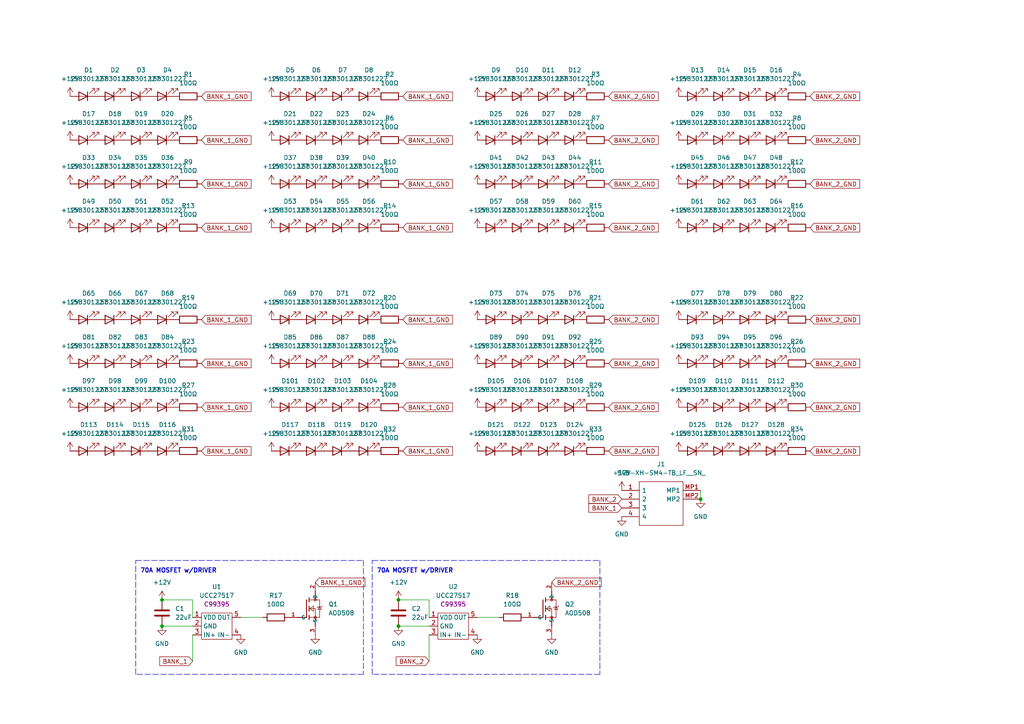
<source format=kicad_sch>
(kicad_sch (version 20211123) (generator eeschema)
  (paper "A4")
  (junction (at 203.2 144.78))
  (junction (at 46.99 173.99))
  (junction (at 115.57 181.61))
  (junction (at 115.57 173.99))
  (junction (at 46.99 181.61))
  (polyline (pts (xy 107.95 162.56) (xy 173.99 162.56)))
  (polyline (pts (xy 105.41 195.58) (xy 39.37 195.58)))
  (polyline (pts (xy 173.99 162.56) (xy 173.99 195.58)))
  (wire (pts (xy 124.46 179.07) (xy 124.46 173.99)))
  (wire (pts (xy 55.88 184.15) (xy 55.88 191.77)))
  (wire (pts (xy 124.46 173.99) (xy 115.57 173.99)))
  (wire (pts (xy 76.2 179.07) (xy 69.85 179.07)))
  (polyline (pts (xy 173.99 195.58) (xy 107.95 195.58)))
  (wire (pts (xy 124.46 184.15) (xy 124.46 191.77)))
  (wire (pts (xy 144.78 179.07) (xy 138.43 179.07)))
  (wire (pts (xy 203.2 142.24) (xy 203.2 144.78)))
  (polyline (pts (xy 107.95 195.58) (xy 107.95 162.56)))
  (wire (pts (xy 115.57 181.61) (xy 124.46 181.61)))
  (polyline (pts (xy 39.37 195.58) (xy 39.37 162.56)))
  (wire (pts (xy 55.88 179.07) (xy 55.88 173.99)))
  (wire (pts (xy 46.99 181.61) (xy 55.88 181.61)))
  (polyline (pts (xy 39.37 162.56) (xy 105.41 162.56)))
  (wire (pts (xy 55.88 173.99) (xy 46.99 173.99)))
  (polyline (pts (xy 105.41 162.56) (xy 105.41 195.58)))
  (text "70A MOSFET w/DRIVER" (at 40.64 166.37 0) (effects (font (size 1.27 1.27) bold) (justify left bottom)))
  (text "70A MOSFET w/DRIVER" (at 109.22 166.37 0) (effects (font (size 1.27 1.27) bold) (justify left bottom)))
  (global_label "BANK_2_GND" (shape input) (at 176.53 40.64 0) (property "Intersheet References" "${INTERSHEET_REFS}" (effects hide)))
  (global_label "BANK_1_GND" (shape input) (at 58.42 27.94 0) (property "Intersheet References" "${INTERSHEET_REFS}" (effects hide)))
  (global_label "BANK_2_GND" (shape input) (at 234.95 53.34 0) (property "Intersheet References" "${INTERSHEET_REFS}" (effects hide)))
  (global_label "BANK_1" (shape input) (at 55.88 191.77 180) (property "Intersheet References" "${INTERSHEET_REFS}" (effects hide)))
  (global_label "BANK_1_GND" (shape input) (at 116.84 40.64 0) (property "Intersheet References" "${INTERSHEET_REFS}" (effects hide)))
  (global_label "BANK_1_GND" (shape input) (at 58.42 92.71 0) (property "Intersheet References" "${INTERSHEET_REFS}" (effects hide)))
  (global_label "BANK_1_GND" (shape input) (at 58.42 66.04 0) (property "Intersheet References" "${INTERSHEET_REFS}" (effects hide)))
  (global_label "BANK_2_GND" (shape input) (at 234.95 66.04 0) (property "Intersheet References" "${INTERSHEET_REFS}" (effects hide)))
  (global_label "BANK_1" (shape input) (at 180.34 147.32 180) (property "Intersheet References" "${INTERSHEET_REFS}" (effects hide)))
  (global_label "BANK_1_GND" (shape input) (at 58.42 40.64 0) (property "Intersheet References" "${INTERSHEET_REFS}" (effects hide)))
  (global_label "BANK_1_GND" (shape input) (at 116.84 105.41 0) (property "Intersheet References" "${INTERSHEET_REFS}" (effects hide)))
  (global_label "BANK_2_GND" (shape input) (at 176.53 27.94 0) (property "Intersheet References" "${INTERSHEET_REFS}" (effects hide)))
  (global_label "BANK_2_GND" (shape input) (at 176.53 92.71 0) (property "Intersheet References" "${INTERSHEET_REFS}" (effects hide)))
  (global_label "BANK_2" (shape input) (at 124.46 191.77 180) (property "Intersheet References" "${INTERSHEET_REFS}" (effects hide)))
  (global_label "BANK_2_GND" (shape input) (at 234.95 27.94 0) (property "Intersheet References" "${INTERSHEET_REFS}" (effects hide)))
  (global_label "BANK_1_GND" (shape input) (at 91.44 168.91 0) (property "Intersheet References" "${INTERSHEET_REFS}" (effects hide)))
  (global_label "BANK_1_GND" (shape input) (at 58.42 130.81 0) (property "Intersheet References" "${INTERSHEET_REFS}" (effects hide)))
  (global_label "BANK_2_GND" (shape input) (at 234.95 105.41 0) (property "Intersheet References" "${INTERSHEET_REFS}" (effects hide)))
  (global_label "BANK_2_GND" (shape input) (at 176.53 118.11 0) (property "Intersheet References" "${INTERSHEET_REFS}" (effects hide)))
  (global_label "BANK_1_GND" (shape input) (at 58.42 118.11 0) (property "Intersheet References" "${INTERSHEET_REFS}" (effects hide)))
  (global_label "BANK_2_GND" (shape input) (at 234.95 130.81 0) (property "Intersheet References" "${INTERSHEET_REFS}" (effects hide)))
  (global_label "BANK_2_GND" (shape input) (at 176.53 53.34 0) (property "Intersheet References" "${INTERSHEET_REFS}" (effects hide)))
  (global_label "BANK_1_GND" (shape input) (at 58.42 53.34 0) (property "Intersheet References" "${INTERSHEET_REFS}" (effects hide)))
  (global_label "BANK_1_GND" (shape input) (at 116.84 53.34 0) (property "Intersheet References" "${INTERSHEET_REFS}" (effects hide)))
  (global_label "BANK_2_GND" (shape input) (at 176.53 130.81 0) (property "Intersheet References" "${INTERSHEET_REFS}" (effects hide)))
  (global_label "BANK_1_GND" (shape input) (at 116.84 118.11 0) (property "Intersheet References" "${INTERSHEET_REFS}" (effects hide)))
  (global_label "BANK_2_GND" (shape input) (at 234.95 40.64 0) (property "Intersheet References" "${INTERSHEET_REFS}" (effects hide)))
  (global_label "BANK_1_GND" (shape input) (at 116.84 130.81 0) (property "Intersheet References" "${INTERSHEET_REFS}" (effects hide)))
  (global_label "BANK_2_GND" (shape input) (at 160.02 168.91 0) (property "Intersheet References" "${INTERSHEET_REFS}" (effects hide)))
  (global_label "BANK_2_GND" (shape input) (at 176.53 66.04 0) (property "Intersheet References" "${INTERSHEET_REFS}" (effects hide)))
  (global_label "BANK_1_GND" (shape input) (at 58.42 105.41 0) (property "Intersheet References" "${INTERSHEET_REFS}" (effects hide)))
  (global_label "BANK_1_GND" (shape input) (at 116.84 92.71 0) (property "Intersheet References" "${INTERSHEET_REFS}" (effects hide)))
  (global_label "BANK_2_GND" (shape input) (at 234.95 118.11 0) (property "Intersheet References" "${INTERSHEET_REFS}" (effects hide)))
  (global_label "BANK_2" (shape input) (at 180.34 144.78 180) (property "Intersheet References" "${INTERSHEET_REFS}" (effects hide)))
  (global_label "BANK_2_GND" (shape input) (at 234.95 92.71 0) (property "Intersheet References" "${INTERSHEET_REFS}" (effects hide)))
  (global_label "BANK_1_GND" (shape input) (at 116.84 66.04 0) (property "Intersheet References" "${INTERSHEET_REFS}" (effects hide)))
  (global_label "BANK_2_GND" (shape input) (at 176.53 105.41 0) (property "Intersheet References" "${INTERSHEET_REFS}" (effects hide)))
  (global_label "BANK_1_GND" (shape input) (at 116.84 27.94 0) (property "Intersheet References" "${INTERSHEET_REFS}" (effects hide)))
  (symbol (lib_id "Device:LED") (at 82.55 66.04 180) (unit 1)
    (property "Reference" "D53" (at 84.1375 58.42 0))
    (property "Value" "158301227" (at 84.1375 60.96 0))
    (property "Footprint" "LED_SMD:LED_1206_3216Metric" (effects hide))
    (property "JLCPCB Class" "E" (effects hide))
    (property "LCSC" "C5240461" (effects hide))
  )
  (symbol (lib_id "Device:LED") (at 208.28 66.04 180) (unit 1)
    (property "Reference" "D62" (at 209.8675 58.42 0))
    (property "Value" "158301227" (at 209.8675 60.96 0))
    (property "Footprint" "LED_SMD:LED_1206_3216Metric" (effects hide))
    (property "JLCPCB Class" "E" (effects hide))
    (property "LCSC" "C5240461" (effects hide))
  )
  (symbol (lib_id "Device:LED") (at 105.41 27.94 180) (unit 1)
    (property "Reference" "D8" (at 106.9975 20.32 0))
    (property "Value" "158301227" (at 106.9975 22.86 0))
    (property "Footprint" "LED_SMD:LED_1206_3216Metric" (effects hide))
    (property "JLCPCB Class" "E" (effects hide))
    (property "LCSC" "C5240461" (effects hide))
  )
  (symbol (lib_id "power:+12V") (at 138.43 118.11 0) (unit 1)
    (property "Reference" "#PWR0141" (effects hide))
    (property "Value" "+12V" (at 138.43 113.03 0))
  )
  (symbol (lib_id "Device:LED") (at 215.9 66.04 180) (unit 1)
    (property "Reference" "D63" (at 217.4875 58.42 0))
    (property "Value" "158301227" (at 217.4875 60.96 0))
    (property "Footprint" "LED_SMD:LED_1206_3216Metric" (effects hide))
    (property "JLCPCB Class" "E" (effects hide))
    (property "LCSC" "C5240461" (effects hide))
  )
  (symbol (lib_id "Device:LED") (at 208.28 53.34 180) (unit 1)
    (property "Reference" "D46" (at 209.8675 45.72 0))
    (property "Value" "158301227" (at 209.8675 48.26 0))
    (property "Footprint" "LED_SMD:LED_1206_3216Metric" (effects hide))
    (property "JLCPCB Class" "E" (effects hide))
    (property "LCSC" "C5240461" (effects hide))
  )
  (symbol (lib_id "Device:LED") (at 223.52 105.41 180) (unit 1)
    (property "Reference" "D96" (at 225.1075 97.79 0))
    (property "Value" "158301227" (at 225.1075 100.33 0))
    (property "Footprint" "LED_SMD:LED_1206_3216Metric" (effects hide))
    (property "JLCPCB Class" "E" (effects hide))
    (property "LCSC" "C5240461" (effects hide))
  )
  (symbol (lib_id "Device:LED") (at 97.79 53.34 180) (unit 1)
    (property "Reference" "D39" (at 99.3775 45.72 0))
    (property "Value" "158301227" (at 99.3775 48.26 0))
    (property "Footprint" "LED_SMD:LED_1206_3216Metric" (effects hide))
    (property "JLCPCB Class" "E" (effects hide))
    (property "LCSC" "C5240461" (effects hide))
  )
  (symbol (lib_id "Device:LED") (at 157.48 53.34 180) (unit 1)
    (property "Reference" "D43" (at 159.0675 45.72 0))
    (property "Value" "158301227" (at 159.0675 48.26 0))
    (property "Footprint" "LED_SMD:LED_1206_3216Metric" (effects hide))
    (property "JLCPCB Class" "E" (effects hide))
    (property "LCSC" "C5240461" (effects hide))
  )
  (symbol (lib_id "Device:LED") (at 157.48 66.04 180) (unit 1)
    (property "Reference" "D59" (at 159.0675 58.42 0))
    (property "Value" "158301227" (at 159.0675 60.96 0))
    (property "Footprint" "LED_SMD:LED_1206_3216Metric" (effects hide))
    (property "JLCPCB Class" "E" (effects hide))
    (property "LCSC" "C5240461" (effects hide))
  )
  (symbol (lib_id "power:+12V") (at 138.43 27.94 0) (unit 1)
    (property "Reference" "#PWR0115" (effects hide))
    (property "Value" "+12V" (at 138.43 22.86 0))
  )
  (symbol (lib_id "Device:LED") (at 46.99 105.41 180) (unit 1)
    (property "Reference" "D84" (at 48.5775 97.79 0))
    (property "Value" "158301227" (at 48.5775 100.33 0))
    (property "Footprint" "LED_SMD:LED_1206_3216Metric" (effects hide))
    (property "JLCPCB Class" "E" (effects hide))
    (property "LCSC" "C5240461" (effects hide))
  )
  (symbol (lib_id "Device:LED") (at 39.37 40.64 180) (unit 1)
    (property "Reference" "D19" (at 40.9575 33.02 0))
    (property "Value" "158301227" (at 40.9575 35.56 0))
    (property "Footprint" "LED_SMD:LED_1206_3216Metric" (effects hide))
    (property "JLCPCB Class" "E" (effects hide))
    (property "LCSC" "C5240461" (effects hide))
  )
  (symbol (lib_id "Device:LED") (at 90.17 66.04 180) (unit 1)
    (property "Reference" "D54" (at 91.7575 58.42 0))
    (property "Value" "158301227" (at 91.7575 60.96 0))
    (property "Footprint" "LED_SMD:LED_1206_3216Metric" (effects hide))
    (property "JLCPCB Class" "E" (effects hide))
    (property "LCSC" "C5240461" (effects hide))
  )
  (symbol (lib_id "Device:R") (at 80.01 179.07 90) (unit 1)
    (property "Reference" "R17" (at 80.01 172.72 90))
    (property "Value" "100Ω" (at 80.01 175.26 90))
    (property "Footprint" "Resistor_SMD:R_0402_1005Metric" (effects hide))
    (property "LCSC" "C25076" (effects hide))
    (property "JLCPCB Class" "B" (effects hide))
  )
  (symbol (lib_id "Device:LED") (at 142.24 118.11 180) (unit 1)
    (property "Reference" "D105" (at 143.8275 110.49 0))
    (property "Value" "158301227" (at 143.8275 113.03 0))
    (property "Footprint" "LED_SMD:LED_1206_3216Metric" (effects hide))
    (property "JLCPCB Class" "E" (effects hide))
    (property "LCSC" "C5240461" (effects hide))
  )
  (symbol (lib_id "01-rickbassham:NCE6080K") (at 157.48 176.53 0) (unit 1)
    (property "Reference" "Q2" (at 163.83 175.2599 0) (effects (justify left)))
    (property "Value" "AOD508" (at 163.83 177.7999 0) (effects (justify left)))
    (property "Footprint" "Package_TO_SOT_SMD:TO-252-2" (effects hide))
    (property "LCSC" "C80964" (effects hide))
    (property "JLCPCB Class" "E" (effects hide))
  )
  (symbol (lib_id "power:+12V") (at 20.32 118.11 0) (unit 1)
    (property "Reference" "#PWR0131" (effects hide))
    (property "Value" "+12V" (at 20.32 113.03 0))
  )
  (symbol (lib_id "Device:LED") (at 157.48 92.71 180) (unit 1)
    (property "Reference" "D75" (at 159.0675 85.09 0))
    (property "Value" "158301227" (at 159.0675 87.63 0))
    (property "Footprint" "LED_SMD:LED_1206_3216Metric" (effects hide))
    (property "JLCPCB Class" "E" (effects hide))
    (property "LCSC" "C5240461" (effects hide))
  )
  (symbol (lib_id "power:+12V") (at 196.85 66.04 0) (unit 1)
    (property "Reference" "#PWR0121" (effects hide))
    (property "Value" "+12V" (at 196.85 60.96 0))
  )
  (symbol (lib_id "Device:LED") (at 105.41 92.71 180) (unit 1)
    (property "Reference" "D72" (at 106.9975 85.09 0))
    (property "Value" "158301227" (at 106.9975 87.63 0))
    (property "Footprint" "LED_SMD:LED_1206_3216Metric" (effects hide))
    (property "JLCPCB Class" "E" (effects hide))
    (property "LCSC" "C5240461" (effects hide))
  )
  (symbol (lib_id "Device:LED") (at 31.75 105.41 180) (unit 1)
    (property "Reference" "D82" (at 33.3375 97.79 0))
    (property "Value" "158301227" (at 33.3375 100.33 0))
    (property "Footprint" "LED_SMD:LED_1206_3216Metric" (effects hide))
    (property "JLCPCB Class" "E" (effects hide))
    (property "LCSC" "C5240461" (effects hide))
  )
  (symbol (lib_id "Device:R") (at 113.03 66.04 90) (unit 1)
    (property "Reference" "R14" (at 113.03 59.69 90))
    (property "Value" "100Ω" (at 113.03 62.23 90))
    (property "Footprint" "Resistor_SMD:R_1206_3216Metric" (effects hide))
    (property "LCSC" "C17901" (effects hide))
    (property "JLCPCB Class" "B" (effects hide))
  )
  (symbol (lib_id "Device:LED") (at 215.9 40.64 180) (unit 1)
    (property "Reference" "D31" (at 217.4875 33.02 0))
    (property "Value" "158301227" (at 217.4875 35.56 0))
    (property "Footprint" "LED_SMD:LED_1206_3216Metric" (effects hide))
    (property "JLCPCB Class" "E" (effects hide))
    (property "LCSC" "C5240461" (effects hide))
  )
  (symbol (lib_id "Device:R") (at 231.14 66.04 90) (unit 1)
    (property "Reference" "R16" (at 231.14 59.69 90))
    (property "Value" "100Ω" (at 231.14 62.23 90))
    (property "Footprint" "Resistor_SMD:R_1206_3216Metric" (effects hide))
    (property "LCSC" "C17901" (effects hide))
    (property "JLCPCB Class" "B" (effects hide))
  )
  (symbol (lib_id "Device:R") (at 172.72 27.94 90) (unit 1)
    (property "Reference" "R3" (at 172.72 21.59 90))
    (property "Value" "100Ω" (at 172.72 24.13 90))
    (property "Footprint" "Resistor_SMD:R_1206_3216Metric" (effects hide))
    (property "LCSC" "C17901" (effects hide))
    (property "JLCPCB Class" "B" (effects hide))
  )
  (symbol (lib_id "Device:LED") (at 90.17 40.64 180) (unit 1)
    (property "Reference" "D22" (at 91.7575 33.02 0))
    (property "Value" "158301227" (at 91.7575 35.56 0))
    (property "Footprint" "LED_SMD:LED_1206_3216Metric" (effects hide))
    (property "JLCPCB Class" "E" (effects hide))
    (property "LCSC" "C5240461" (effects hide))
  )
  (symbol (lib_id "Device:LED") (at 24.13 53.34 180) (unit 1)
    (property "Reference" "D33" (at 25.7175 45.72 0))
    (property "Value" "158301227" (at 25.7175 48.26 0))
    (property "Footprint" "LED_SMD:LED_1206_3216Metric" (effects hide))
    (property "JLCPCB Class" "E" (effects hide))
    (property "LCSC" "C5240461" (effects hide))
  )
  (symbol (lib_id "Device:LED") (at 142.24 66.04 180) (unit 1)
    (property "Reference" "D57" (at 143.8275 58.42 0))
    (property "Value" "158301227" (at 143.8275 60.96 0))
    (property "Footprint" "LED_SMD:LED_1206_3216Metric" (effects hide))
    (property "JLCPCB Class" "E" (effects hide))
    (property "LCSC" "C5240461" (effects hide))
  )
  (symbol (lib_id "power:+12V") (at 78.74 118.11 0) (unit 1)
    (property "Reference" "#PWR0127" (effects hide))
    (property "Value" "+12V" (at 78.74 113.03 0))
  )
  (symbol (lib_id "Device:LED") (at 39.37 130.81 180) (unit 1)
    (property "Reference" "D115" (at 40.9575 123.19 0))
    (property "Value" "158301227" (at 40.9575 125.73 0))
    (property "Footprint" "LED_SMD:LED_1206_3216Metric" (effects hide))
    (property "JLCPCB Class" "E" (effects hide))
    (property "LCSC" "C5240461" (effects hide))
  )
  (symbol (lib_id "Device:LED") (at 215.9 130.81 180) (unit 1)
    (property "Reference" "D127" (at 217.4875 123.19 0))
    (property "Value" "158301227" (at 217.4875 125.73 0))
    (property "Footprint" "LED_SMD:LED_1206_3216Metric" (effects hide))
    (property "JLCPCB Class" "E" (effects hide))
    (property "LCSC" "C5240461" (effects hide))
  )
  (symbol (lib_id "Device:LED") (at 208.28 130.81 180) (unit 1)
    (property "Reference" "D126" (at 209.8675 123.19 0))
    (property "Value" "158301227" (at 209.8675 125.73 0))
    (property "Footprint" "LED_SMD:LED_1206_3216Metric" (effects hide))
    (property "JLCPCB Class" "E" (effects hide))
    (property "LCSC" "C5240461" (effects hide))
  )
  (symbol (lib_id "power:+12V") (at 196.85 53.34 0) (unit 1)
    (property "Reference" "#PWR0117" (effects hide))
    (property "Value" "+12V" (at 196.85 48.26 0))
  )
  (symbol (lib_id "Device:LED") (at 31.75 130.81 180) (unit 1)
    (property "Reference" "D114" (at 33.3375 123.19 0))
    (property "Value" "158301227" (at 33.3375 125.73 0))
    (property "Footprint" "LED_SMD:LED_1206_3216Metric" (effects hide))
    (property "JLCPCB Class" "E" (effects hide))
    (property "LCSC" "C5240461" (effects hide))
  )
  (symbol (lib_id "power:+12V") (at 196.85 130.81 0) (unit 1)
    (property "Reference" "#PWR0139" (effects hide))
    (property "Value" "+12V" (at 196.85 125.73 0))
  )
  (symbol (lib_id "power:GND") (at 138.43 184.15 0) (unit 1)
    (property "Reference" "#PWR0119" (effects hide))
    (property "Value" "GND" (at 138.43 189.23 0))
  )
  (symbol (lib_id "power:+12V") (at 138.43 92.71 0) (unit 1)
    (property "Reference" "#PWR0137" (effects hide))
    (property "Value" "+12V" (at 138.43 87.63 0))
  )
  (symbol (lib_id "Device:LED") (at 149.86 130.81 180) (unit 1)
    (property "Reference" "D122" (at 151.4475 123.19 0))
    (property "Value" "158301227" (at 151.4475 125.73 0))
    (property "Footprint" "LED_SMD:LED_1206_3216Metric" (effects hide))
    (property "JLCPCB Class" "E" (effects hide))
    (property "LCSC" "C5240461" (effects hide))
  )
  (symbol (lib_id "power:+12V") (at 196.85 92.71 0) (unit 1)
    (property "Reference" "#PWR0136" (effects hide))
    (property "Value" "+12V" (at 196.85 87.63 0))
  )
  (symbol (lib_id "Device:R") (at 54.61 118.11 90) (unit 1)
    (property "Reference" "R27" (at 54.61 111.76 90))
    (property "Value" "100Ω" (at 54.61 114.3 90))
    (property "Footprint" "Resistor_SMD:R_1206_3216Metric" (effects hide))
    (property "LCSC" "C17901" (effects hide))
    (property "JLCPCB Class" "B" (effects hide))
  )
  (symbol (lib_id "Device:LED") (at 142.24 40.64 180) (unit 1)
    (property "Reference" "D25" (at 143.8275 33.02 0))
    (property "Value" "158301227" (at 143.8275 35.56 0))
    (property "Footprint" "LED_SMD:LED_1206_3216Metric" (effects hide))
    (property "JLCPCB Class" "E" (effects hide))
    (property "LCSC" "C5240461" (effects hide))
  )
  (symbol (lib_id "Device:LED") (at 149.86 27.94 180) (unit 1)
    (property "Reference" "D10" (at 151.4475 20.32 0))
    (property "Value" "158301227" (at 151.4475 22.86 0))
    (property "Footprint" "LED_SMD:LED_1206_3216Metric" (effects hide))
    (property "JLCPCB Class" "E" (effects hide))
    (property "LCSC" "C5240461" (effects hide))
  )
  (symbol (lib_id "Device:LED") (at 24.13 66.04 180) (unit 1)
    (property "Reference" "D49" (at 25.7175 58.42 0))
    (property "Value" "158301227" (at 25.7175 60.96 0))
    (property "Footprint" "LED_SMD:LED_1206_3216Metric" (effects hide))
    (property "JLCPCB Class" "E" (effects hide))
    (property "LCSC" "C5240461" (effects hide))
  )
  (symbol (lib_id "Device:LED") (at 31.75 53.34 180) (unit 1)
    (property "Reference" "D34" (at 33.3375 45.72 0))
    (property "Value" "158301227" (at 33.3375 48.26 0))
    (property "Footprint" "LED_SMD:LED_1206_3216Metric" (effects hide))
    (property "JLCPCB Class" "E" (effects hide))
    (property "LCSC" "C5240461" (effects hide))
  )
  (symbol (lib_id "01-rickbassham:UCC27517") (at 127 173.99 0) (unit 1)
    (property "Reference" "U2" (at 131.445 170.18 0))
    (property "Value" "UCC27517" (at 131.445 172.72 0))
    (property "Footprint" "Package_TO_SOT_SMD:SOT-23-5" (effects hide))
    (property "LCSC" "C99395" (at 131.445 175.26 0))
    (property "JLCPCB Class" "E" (effects hide))
  )
  (symbol (lib_id "Device:R") (at 231.14 27.94 90) (unit 1)
    (property "Reference" "R4" (at 231.14 21.59 90))
    (property "Value" "100Ω" (at 231.14 24.13 90))
    (property "Footprint" "Resistor_SMD:R_1206_3216Metric" (effects hide))
    (property "LCSC" "C17901" (effects hide))
    (property "JLCPCB Class" "B" (effects hide))
  )
  (symbol (lib_id "Device:LED") (at 46.99 92.71 180) (unit 1)
    (property "Reference" "D68" (at 48.5775 85.09 0))
    (property "Value" "158301227" (at 48.5775 87.63 0))
    (property "Footprint" "LED_SMD:LED_1206_3216Metric" (effects hide))
    (property "JLCPCB Class" "E" (effects hide))
    (property "LCSC" "C5240461" (effects hide))
  )
  (symbol (lib_id "power:+12V") (at 20.32 66.04 0) (unit 1)
    (property "Reference" "#PWR0123" (effects hide))
    (property "Value" "+12V" (at 20.32 60.96 0))
  )
  (symbol (lib_id "Device:LED") (at 24.13 40.64 180) (unit 1)
    (property "Reference" "D17" (at 25.7175 33.02 0))
    (property "Value" "158301227" (at 25.7175 35.56 0))
    (property "Footprint" "LED_SMD:LED_1206_3216Metric" (effects hide))
    (property "JLCPCB Class" "E" (effects hide))
    (property "LCSC" "C5240461" (effects hide))
  )
  (symbol (lib_id "Device:LED") (at 31.75 27.94 180) (unit 1)
    (property "Reference" "D2" (at 33.3375 20.32 0))
    (property "Value" "158301227" (at 33.3375 22.86 0))
    (property "Footprint" "LED_SMD:LED_1206_3216Metric" (effects hide))
    (property "JLCPCB Class" "E" (effects hide))
    (property "LCSC" "C5240461" (effects hide))
  )
  (symbol (lib_id "Device:LED") (at 31.75 40.64 180) (unit 1)
    (property "Reference" "D18" (at 33.3375 33.02 0))
    (property "Value" "158301227" (at 33.3375 35.56 0))
    (property "Footprint" "LED_SMD:LED_1206_3216Metric" (effects hide))
    (property "JLCPCB Class" "E" (effects hide))
    (property "LCSC" "C5240461" (effects hide))
  )
  (symbol (lib_id "01-rickbassham:S4B-XH-SM4-TB_LF__SN_") (at 203.2 142.24 0) (mirror y) (unit 1)
    (property "Reference" "J1" (at 191.77 134.62 0))
    (property "Value" "S4B-XH-SM4-TB_LF__SN_" (at 191.77 137.16 0))
    (property "Footprint" "01-rickbassham:S4BXHSM4TBLFSN" (effects hide))
    (property "Datasheet" "https://datasheet.lcsc.com/szlcsc/JST-Sales-America-XHsocket-1-4P-SMD-pitch2-5mm_C161861.pdf" (effects hide))
    (property "LCSC" "C161861" (effects hide))
  )
  (symbol (lib_id "Device:R") (at 54.61 27.94 90) (unit 1)
    (property "Reference" "R1" (at 54.61 21.59 90))
    (property "Value" "100Ω" (at 54.61 24.13 90))
    (property "Footprint" "Resistor_SMD:R_1206_3216Metric" (effects hide))
    (property "LCSC" "C17901" (effects hide))
    (property "JLCPCB Class" "B" (effects hide))
  )
  (symbol (lib_id "Device:LED") (at 165.1 130.81 180) (unit 1)
    (property "Reference" "D124" (at 166.6875 123.19 0))
    (property "Value" "158301227" (at 166.6875 125.73 0))
    (property "Footprint" "LED_SMD:LED_1206_3216Metric" (effects hide))
    (property "JLCPCB Class" "E" (effects hide))
    (property "LCSC" "C5240461" (effects hide))
  )
  (symbol (lib_id "Device:LED") (at 142.24 130.81 180) (unit 1)
    (property "Reference" "D121" (at 143.8275 123.19 0))
    (property "Value" "158301227" (at 143.8275 125.73 0))
    (property "Footprint" "LED_SMD:LED_1206_3216Metric" (effects hide))
    (property "JLCPCB Class" "E" (effects hide))
    (property "LCSC" "C5240461" (effects hide))
  )
  (symbol (lib_id "Device:LED") (at 208.28 105.41 180) (unit 1)
    (property "Reference" "D94" (at 209.8675 97.79 0))
    (property "Value" "158301227" (at 209.8675 100.33 0))
    (property "Footprint" "LED_SMD:LED_1206_3216Metric" (effects hide))
    (property "JLCPCB Class" "E" (effects hide))
    (property "LCSC" "C5240461" (effects hide))
  )
  (symbol (lib_id "power:+12V") (at 196.85 40.64 0) (unit 1)
    (property "Reference" "#PWR0118" (effects hide))
    (property "Value" "+12V" (at 196.85 35.56 0))
  )
  (symbol (lib_id "Device:LED") (at 208.28 118.11 180) (unit 1)
    (property "Reference" "D110" (at 209.8675 110.49 0))
    (property "Value" "158301227" (at 209.8675 113.03 0))
    (property "Footprint" "LED_SMD:LED_1206_3216Metric" (effects hide))
    (property "JLCPCB Class" "E" (effects hide))
    (property "LCSC" "C5240461" (effects hide))
  )
  (symbol (lib_id "Device:LED") (at 223.52 27.94 180) (unit 1)
    (property "Reference" "D16" (at 225.1075 20.32 0))
    (property "Value" "158301227" (at 225.1075 22.86 0))
    (property "Footprint" "LED_SMD:LED_1206_3216Metric" (effects hide))
    (property "JLCPCB Class" "E" (effects hide))
    (property "LCSC" "C5240461" (effects hide))
  )
  (symbol (lib_id "power:GND") (at 115.57 181.61 0) (unit 1)
    (property "Reference" "#PWR0105" (effects hide))
    (property "Value" "GND" (at 115.57 186.69 0))
  )
  (symbol (lib_id "power:GND") (at 69.85 184.15 0) (unit 1)
    (property "Reference" "#PWR0103" (effects hide))
    (property "Value" "GND" (at 69.85 189.23 0))
  )
  (symbol (lib_id "Device:LED") (at 105.41 130.81 180) (unit 1)
    (property "Reference" "D120" (at 106.9975 123.19 0))
    (property "Value" "158301227" (at 106.9975 125.73 0))
    (property "Footprint" "LED_SMD:LED_1206_3216Metric" (effects hide))
    (property "JLCPCB Class" "E" (effects hide))
    (property "LCSC" "C5240461" (effects hide))
  )
  (symbol (lib_id "power:+12V") (at 78.74 130.81 0) (unit 1)
    (property "Reference" "#PWR0128" (effects hide))
    (property "Value" "+12V" (at 78.74 125.73 0))
  )
  (symbol (lib_id "Device:LED") (at 223.52 40.64 180) (unit 1)
    (property "Reference" "D32" (at 225.1075 33.02 0))
    (property "Value" "158301227" (at 225.1075 35.56 0))
    (property "Footprint" "LED_SMD:LED_1206_3216Metric" (effects hide))
    (property "JLCPCB Class" "E" (effects hide))
    (property "LCSC" "C5240461" (effects hide))
  )
  (symbol (lib_id "Device:LED") (at 200.66 118.11 180) (unit 1)
    (property "Reference" "D109" (at 202.2475 110.49 0))
    (property "Value" "158301227" (at 202.2475 113.03 0))
    (property "Footprint" "LED_SMD:LED_1206_3216Metric" (effects hide))
    (property "JLCPCB Class" "E" (effects hide))
    (property "LCSC" "C5240461" (effects hide))
  )
  (symbol (lib_id "Device:C") (at 46.99 177.8 0) (unit 1)
    (property "Reference" "C1" (at 50.8 176.5299 0) (effects (justify left)))
    (property "Value" "22uF" (at 50.8 179.0699 0) (effects (justify left)))
    (property "Footprint" "Capacitor_SMD:C_0805_2012Metric" (effects hide))
    (property "LCSC" "C45783" (effects hide))
    (property "JLCPCB Class" "B" (effects hide))
  )
  (symbol (lib_id "Device:LED") (at 215.9 118.11 180) (unit 1)
    (property "Reference" "D111" (at 217.4875 110.49 0))
    (property "Value" "158301227" (at 217.4875 113.03 0))
    (property "Footprint" "LED_SMD:LED_1206_3216Metric" (effects hide))
    (property "JLCPCB Class" "E" (effects hide))
    (property "LCSC" "C5240461" (effects hide))
  )
  (symbol (lib_id "Device:LED") (at 149.86 53.34 180) (unit 1)
    (property "Reference" "D42" (at 151.4475 45.72 0))
    (property "Value" "158301227" (at 151.4475 48.26 0))
    (property "Footprint" "LED_SMD:LED_1206_3216Metric" (effects hide))
    (property "JLCPCB Class" "E" (effects hide))
    (property "LCSC" "C5240461" (effects hide))
  )
  (symbol (lib_id "Device:R") (at 231.14 130.81 90) (unit 1)
    (property "Reference" "R34" (at 231.14 124.46 90))
    (property "Value" "100Ω" (at 231.14 127 90))
    (property "Footprint" "Resistor_SMD:R_1206_3216Metric" (effects hide))
    (property "LCSC" "C17901" (effects hide))
    (property "JLCPCB Class" "B" (effects hide))
  )
  (symbol (lib_id "power:+12V") (at 196.85 27.94 0) (unit 1)
    (property "Reference" "#PWR0122" (effects hide))
    (property "Value" "+12V" (at 196.85 22.86 0))
  )
  (symbol (lib_id "Device:LED") (at 82.55 118.11 180) (unit 1)
    (property "Reference" "D101" (at 84.1375 110.49 0))
    (property "Value" "158301227" (at 84.1375 113.03 0))
    (property "Footprint" "LED_SMD:LED_1206_3216Metric" (effects hide))
    (property "JLCPCB Class" "E" (effects hide))
    (property "LCSC" "C5240461" (effects hide))
  )
  (symbol (lib_id "Device:LED") (at 24.13 118.11 180) (unit 1)
    (property "Reference" "D97" (at 25.7175 110.49 0))
    (property "Value" "158301227" (at 25.7175 113.03 0))
    (property "Footprint" "LED_SMD:LED_1206_3216Metric" (effects hide))
    (property "JLCPCB Class" "E" (effects hide))
    (property "LCSC" "C5240461" (effects hide))
  )
  (symbol (lib_id "Device:LED") (at 200.66 27.94 180) (unit 1)
    (property "Reference" "D13" (at 202.2475 20.32 0))
    (property "Value" "158301227" (at 202.2475 22.86 0))
    (property "Footprint" "LED_SMD:LED_1206_3216Metric" (effects hide))
    (property "JLCPCB Class" "E" (effects hide))
    (property "LCSC" "C5240461" (effects hide))
  )
  (symbol (lib_id "Device:R") (at 231.14 92.71 90) (unit 1)
    (property "Reference" "R22" (at 231.14 86.36 90))
    (property "Value" "100Ω" (at 231.14 88.9 90))
    (property "Footprint" "Resistor_SMD:R_1206_3216Metric" (effects hide))
    (property "LCSC" "C17901" (effects hide))
    (property "JLCPCB Class" "B" (effects hide))
  )
  (symbol (lib_id "Device:LED") (at 223.52 92.71 180) (unit 1)
    (property "Reference" "D80" (at 225.1075 85.09 0))
    (property "Value" "158301227" (at 225.1075 87.63 0))
    (property "Footprint" "LED_SMD:LED_1206_3216Metric" (effects hide))
    (property "JLCPCB Class" "E" (effects hide))
    (property "LCSC" "C5240461" (effects hide))
  )
  (symbol (lib_id "Device:C") (at 115.57 177.8 0) (unit 1)
    (property "Reference" "C2" (at 119.38 176.5299 0) (effects (justify left)))
    (property "Value" "22uF" (at 119.38 179.0699 0) (effects (justify left)))
    (property "Footprint" "Capacitor_SMD:C_0805_2012Metric" (effects hide))
    (property "LCSC" "C45783" (effects hide))
    (property "JLCPCB Class" "B" (effects hide))
  )
  (symbol (lib_id "Device:LED") (at 149.86 66.04 180) (unit 1)
    (property "Reference" "D58" (at 151.4475 58.42 0))
    (property "Value" "158301227" (at 151.4475 60.96 0))
    (property "Footprint" "LED_SMD:LED_1206_3216Metric" (effects hide))
    (property "JLCPCB Class" "E" (effects hide))
    (property "LCSC" "C5240461" (effects hide))
  )
  (symbol (lib_id "Device:LED") (at 157.48 105.41 180) (unit 1)
    (property "Reference" "D91" (at 159.0675 97.79 0))
    (property "Value" "158301227" (at 159.0675 100.33 0))
    (property "Footprint" "LED_SMD:LED_1206_3216Metric" (effects hide))
    (property "JLCPCB Class" "E" (effects hide))
    (property "LCSC" "C5240461" (effects hide))
  )
  (symbol (lib_id "Device:LED") (at 90.17 27.94 180) (unit 1)
    (property "Reference" "D6" (at 91.7575 20.32 0))
    (property "Value" "158301227" (at 91.7575 22.86 0))
    (property "Footprint" "LED_SMD:LED_1206_3216Metric" (effects hide))
    (property "JLCPCB Class" "E" (effects hide))
    (property "LCSC" "C5240461" (effects hide))
  )
  (symbol (lib_id "power:+12V") (at 20.32 92.71 0) (unit 1)
    (property "Reference" "#PWR0133" (effects hide))
    (property "Value" "+12V" (at 20.32 87.63 0))
  )
  (symbol (lib_id "Device:LED") (at 200.66 105.41 180) (unit 1)
    (property "Reference" "D93" (at 202.2475 97.79 0))
    (property "Value" "158301227" (at 202.2475 100.33 0))
    (property "Footprint" "LED_SMD:LED_1206_3216Metric" (effects hide))
    (property "JLCPCB Class" "E" (effects hide))
    (property "LCSC" "C5240461" (effects hide))
  )
  (symbol (lib_id "Device:LED") (at 149.86 40.64 180) (unit 1)
    (property "Reference" "D26" (at 151.4475 33.02 0))
    (property "Value" "158301227" (at 151.4475 35.56 0))
    (property "Footprint" "LED_SMD:LED_1206_3216Metric" (effects hide))
    (property "JLCPCB Class" "E" (effects hide))
    (property "LCSC" "C5240461" (effects hide))
  )
  (symbol (lib_id "Device:LED") (at 105.41 105.41 180) (unit 1)
    (property "Reference" "D88" (at 106.9975 97.79 0))
    (property "Value" "158301227" (at 106.9975 100.33 0))
    (property "Footprint" "LED_SMD:LED_1206_3216Metric" (effects hide))
    (property "JLCPCB Class" "E" (effects hide))
    (property "LCSC" "C5240461" (effects hide))
  )
  (symbol (lib_id "power:+12V") (at 20.32 130.81 0) (unit 1)
    (property "Reference" "#PWR0132" (effects hide))
    (property "Value" "+12V" (at 20.32 125.73 0))
  )
  (symbol (lib_id "Device:LED") (at 165.1 105.41 180) (unit 1)
    (property "Reference" "D92" (at 166.6875 97.79 0))
    (property "Value" "158301227" (at 166.6875 100.33 0))
    (property "Footprint" "LED_SMD:LED_1206_3216Metric" (effects hide))
    (property "JLCPCB Class" "E" (effects hide))
    (property "LCSC" "C5240461" (effects hide))
  )
  (symbol (lib_id "power:+12V") (at 20.32 40.64 0) (unit 1)
    (property "Reference" "#PWR0126" (effects hide))
    (property "Value" "+12V" (at 20.32 35.56 0))
  )
  (symbol (lib_id "Device:LED") (at 165.1 53.34 180) (unit 1)
    (property "Reference" "D44" (at 166.6875 45.72 0))
    (property "Value" "158301227" (at 166.6875 48.26 0))
    (property "Footprint" "LED_SMD:LED_1206_3216Metric" (effects hide))
    (property "JLCPCB Class" "E" (effects hide))
    (property "LCSC" "C5240461" (effects hide))
  )
  (symbol (lib_id "power:+12V") (at 196.85 118.11 0) (unit 1)
    (property "Reference" "#PWR0140" (effects hide))
    (property "Value" "+12V" (at 196.85 113.03 0))
  )
  (symbol (lib_id "Device:LED") (at 46.99 40.64 180) (unit 1)
    (property "Reference" "D20" (at 48.5775 33.02 0))
    (property "Value" "158301227" (at 48.5775 35.56 0))
    (property "Footprint" "LED_SMD:LED_1206_3216Metric" (effects hide))
    (property "JLCPCB Class" "E" (effects hide))
    (property "LCSC" "C5240461" (effects hide))
  )
  (symbol (lib_id "Device:LED") (at 39.37 118.11 180) (unit 1)
    (property "Reference" "D99" (at 40.9575 110.49 0))
    (property "Value" "158301227" (at 40.9575 113.03 0))
    (property "Footprint" "LED_SMD:LED_1206_3216Metric" (effects hide))
    (property "JLCPCB Class" "E" (effects hide))
    (property "LCSC" "C5240461" (effects hide))
  )
  (symbol (lib_id "Device:LED") (at 39.37 92.71 180) (unit 1)
    (property "Reference" "D67" (at 40.9575 85.09 0))
    (property "Value" "158301227" (at 40.9575 87.63 0))
    (property "Footprint" "LED_SMD:LED_1206_3216Metric" (effects hide))
    (property "JLCPCB Class" "E" (effects hide))
    (property "LCSC" "C5240461" (effects hide))
  )
  (symbol (lib_id "Device:LED") (at 223.52 118.11 180) (unit 1)
    (property "Reference" "D112" (at 225.1075 110.49 0))
    (property "Value" "158301227" (at 225.1075 113.03 0))
    (property "Footprint" "LED_SMD:LED_1206_3216Metric" (effects hide))
    (property "JLCPCB Class" "E" (effects hide))
    (property "LCSC" "C5240461" (effects hide))
  )
  (symbol (lib_id "Device:R") (at 148.59 179.07 90) (unit 1)
    (property "Reference" "R18" (at 148.59 172.72 90))
    (property "Value" "100Ω" (at 148.59 175.26 90))
    (property "Footprint" "Resistor_SMD:R_0402_1005Metric" (effects hide))
    (property "LCSC" "C25076" (effects hide))
    (property "JLCPCB Class" "B" (effects hide))
  )
  (symbol (lib_id "Device:LED") (at 24.13 130.81 180) (unit 1)
    (property "Reference" "D113" (at 25.7175 123.19 0))
    (property "Value" "158301227" (at 25.7175 125.73 0))
    (property "Footprint" "LED_SMD:LED_1206_3216Metric" (effects hide))
    (property "JLCPCB Class" "E" (effects hide))
    (property "LCSC" "C5240461" (effects hide))
  )
  (symbol (lib_id "power:GND") (at 180.34 149.86 0) (unit 1)
    (property "Reference" "#PWR0107" (effects hide))
    (property "Value" "GND" (at 180.34 154.94 0))
  )
  (symbol (lib_id "power:+12V") (at 138.43 66.04 0) (unit 1)
    (property "Reference" "#PWR0113" (effects hide))
    (property "Value" "+12V" (at 138.43 60.96 0))
  )
  (symbol (lib_id "power:+12V") (at 78.74 53.34 0) (unit 1)
    (property "Reference" "#PWR0112" (effects hide))
    (property "Value" "+12V" (at 78.74 48.26 0))
  )
  (symbol (lib_id "Device:LED") (at 39.37 105.41 180) (unit 1)
    (property "Reference" "D83" (at 40.9575 97.79 0))
    (property "Value" "158301227" (at 40.9575 100.33 0))
    (property "Footprint" "LED_SMD:LED_1206_3216Metric" (effects hide))
    (property "JLCPCB Class" "E" (effects hide))
    (property "LCSC" "C5240461" (effects hide))
  )
  (symbol (lib_id "Device:R") (at 172.72 130.81 90) (unit 1)
    (property "Reference" "R33" (at 172.72 124.46 90))
    (property "Value" "100Ω" (at 172.72 127 90))
    (property "Footprint" "Resistor_SMD:R_1206_3216Metric" (effects hide))
    (property "LCSC" "C17901" (effects hide))
    (property "JLCPCB Class" "B" (effects hide))
  )
  (symbol (lib_id "Device:LED") (at 46.99 27.94 180) (unit 1)
    (property "Reference" "D4" (at 48.5775 20.32 0))
    (property "Value" "158301227" (at 48.5775 22.86 0))
    (property "Footprint" "LED_SMD:LED_1206_3216Metric" (effects hide))
    (property "JLCPCB Class" "E" (effects hide))
    (property "LCSC" "C5240461" (effects hide))
  )
  (symbol (lib_id "Device:LED") (at 24.13 27.94 180) (unit 1)
    (property "Reference" "D1" (at 25.7175 20.32 0))
    (property "Value" "158301227" (at 25.7175 22.86 0))
    (property "Footprint" "LED_SMD:LED_1206_3216Metric" (effects hide))
    (property "JLCPCB Class" "E" (effects hide))
    (property "LCSC" "C5240461" (effects hide))
  )
  (symbol (lib_id "power:+12V") (at 138.43 40.64 0) (unit 1)
    (property "Reference" "#PWR0116" (effects hide))
    (property "Value" "+12V" (at 138.43 35.56 0))
  )
  (symbol (lib_id "Device:R") (at 54.61 105.41 90) (unit 1)
    (property "Reference" "R23" (at 54.61 99.06 90))
    (property "Value" "100Ω" (at 54.61 101.6 90))
    (property "Footprint" "Resistor_SMD:R_1206_3216Metric" (effects hide))
    (property "LCSC" "C17901" (effects hide))
    (property "JLCPCB Class" "B" (effects hide))
  )
  (symbol (lib_id "Device:R") (at 54.61 92.71 90) (unit 1)
    (property "Reference" "R19" (at 54.61 86.36 90))
    (property "Value" "100Ω" (at 54.61 88.9 90))
    (property "Footprint" "Resistor_SMD:R_1206_3216Metric" (effects hide))
    (property "LCSC" "C17901" (effects hide))
    (property "JLCPCB Class" "B" (effects hide))
  )
  (symbol (lib_id "Device:R") (at 172.72 66.04 90) (unit 1)
    (property "Reference" "R15" (at 172.72 59.69 90))
    (property "Value" "100Ω" (at 172.72 62.23 90))
    (property "Footprint" "Resistor_SMD:R_1206_3216Metric" (effects hide))
    (property "LCSC" "C17901" (effects hide))
    (property "JLCPCB Class" "B" (effects hide))
  )
  (symbol (lib_id "Device:LED") (at 200.66 66.04 180) (unit 1)
    (property "Reference" "D61" (at 202.2475 58.42 0))
    (property "Value" "158301227" (at 202.2475 60.96 0))
    (property "Footprint" "LED_SMD:LED_1206_3216Metric" (effects hide))
    (property "JLCPCB Class" "E" (effects hide))
    (property "LCSC" "C5240461" (effects hide))
  )
  (symbol (lib_id "power:GND") (at 203.2 144.78 0) (unit 1)
    (property "Reference" "#PWR0143" (effects hide))
    (property "Value" "GND" (at 203.2 149.86 0))
  )
  (symbol (lib_id "power:+12V") (at 78.74 105.41 0) (unit 1)
    (property "Reference" "#PWR0129" (effects hide))
    (property "Value" "+12V" (at 78.74 100.33 0))
  )
  (symbol (lib_id "Device:LED") (at 215.9 53.34 180) (unit 1)
    (property "Reference" "D47" (at 217.4875 45.72 0))
    (property "Value" "158301227" (at 217.4875 48.26 0))
    (property "Footprint" "LED_SMD:LED_1206_3216Metric" (effects hide))
    (property "JLCPCB Class" "E" (effects hide))
    (property "LCSC" "C5240461" (effects hide))
  )
  (symbol (lib_id "power:+12V") (at 20.32 27.94 0) (unit 1)
    (property "Reference" "#PWR0125" (effects hide))
    (property "Value" "+12V" (at 20.32 22.86 0))
  )
  (symbol (lib_id "Device:LED") (at 31.75 92.71 180) (unit 1)
    (property "Reference" "D66" (at 33.3375 85.09 0))
    (property "Value" "158301227" (at 33.3375 87.63 0))
    (property "Footprint" "LED_SMD:LED_1206_3216Metric" (effects hide))
    (property "JLCPCB Class" "E" (effects hide))
    (property "LCSC" "C5240461" (effects hide))
  )
  (symbol (lib_id "Device:LED") (at 200.66 40.64 180) (unit 1)
    (property "Reference" "D29" (at 202.2475 33.02 0))
    (property "Value" "158301227" (at 202.2475 35.56 0))
    (property "Footprint" "LED_SMD:LED_1206_3216Metric" (effects hide))
    (property "JLCPCB Class" "E" (effects hide))
    (property "LCSC" "C5240461" (effects hide))
  )
  (symbol (lib_id "power:+12V") (at 78.74 92.71 0) (unit 1)
    (property "Reference" "#PWR0130" (effects hide))
    (property "Value" "+12V" (at 78.74 87.63 0))
  )
  (symbol (lib_id "Device:R") (at 54.61 130.81 90) (unit 1)
    (property "Reference" "R31" (at 54.61 124.46 90))
    (property "Value" "100Ω" (at 54.61 127 90))
    (property "Footprint" "Resistor_SMD:R_1206_3216Metric" (effects hide))
    (property "LCSC" "C17901" (effects hide))
    (property "JLCPCB Class" "B" (effects hide))
  )
  (symbol (lib_id "power:GND") (at 46.99 181.61 0) (unit 1)
    (property "Reference" "#PWR0104" (effects hide))
    (property "Value" "GND" (at 46.99 186.69 0))
  )
  (symbol (lib_id "01-rickbassham:NCE6080K") (at 88.9 176.53 0) (unit 1)
    (property "Reference" "Q1" (at 95.25 175.2599 0) (effects (justify left)))
    (property "Value" "AOD508" (at 95.25 177.7999 0) (effects (justify left)))
    (property "Footprint" "Package_TO_SOT_SMD:TO-252-2" (effects hide))
    (property "LCSC" "C80964" (effects hide))
    (property "JLCPCB Class" "E" (effects hide))
  )
  (symbol (lib_id "Device:LED") (at 39.37 66.04 180) (unit 1)
    (property "Reference" "D51" (at 40.9575 58.42 0))
    (property "Value" "158301227" (at 40.9575 60.96 0))
    (property "Footprint" "LED_SMD:LED_1206_3216Metric" (effects hide))
    (property "JLCPCB Class" "E" (effects hide))
    (property "LCSC" "C5240461" (effects hide))
  )
  (symbol (lib_id "Device:R") (at 231.14 40.64 90) (unit 1)
    (property "Reference" "R8" (at 231.14 34.29 90))
    (property "Value" "100Ω" (at 231.14 36.83 90))
    (property "Footprint" "Resistor_SMD:R_1206_3216Metric" (effects hide))
    (property "LCSC" "C17901" (effects hide))
    (property "JLCPCB Class" "B" (effects hide))
  )
  (symbol (lib_id "Device:R") (at 172.72 118.11 90) (unit 1)
    (property "Reference" "R29" (at 172.72 111.76 90))
    (property "Value" "100Ω" (at 172.72 114.3 90))
    (property "Footprint" "Resistor_SMD:R_1206_3216Metric" (effects hide))
    (property "LCSC" "C17901" (effects hide))
    (property "JLCPCB Class" "B" (effects hide))
  )
  (symbol (lib_id "Device:LED") (at 105.41 53.34 180) (unit 1)
    (property "Reference" "D40" (at 106.9975 45.72 0))
    (property "Value" "158301227" (at 106.9975 48.26 0))
    (property "Footprint" "LED_SMD:LED_1206_3216Metric" (effects hide))
    (property "JLCPCB Class" "E" (effects hide))
    (property "LCSC" "C5240461" (effects hide))
  )
  (symbol (lib_id "power:+12V") (at 196.85 105.41 0) (unit 1)
    (property "Reference" "#PWR0135" (effects hide))
    (property "Value" "+12V" (at 196.85 100.33 0))
  )
  (symbol (lib_id "Device:LED") (at 215.9 27.94 180) (unit 1)
    (property "Reference" "D15" (at 217.4875 20.32 0))
    (property "Value" "158301227" (at 217.4875 22.86 0))
    (property "Footprint" "LED_SMD:LED_1206_3216Metric" (effects hide))
    (property "JLCPCB Class" "E" (effects hide))
    (property "LCSC" "C5240461" (effects hide))
  )
  (symbol (lib_id "power:+12V") (at 115.57 173.99 0) (unit 1)
    (property "Reference" "#PWR0106" (effects hide))
    (property "Value" "+12V" (at 115.57 168.91 0))
  )
  (symbol (lib_id "Device:R") (at 172.72 53.34 90) (unit 1)
    (property "Reference" "R11" (at 172.72 46.99 90))
    (property "Value" "100Ω" (at 172.72 49.53 90))
    (property "Footprint" "Resistor_SMD:R_1206_3216Metric" (effects hide))
    (property "LCSC" "C17901" (effects hide))
    (property "JLCPCB Class" "B" (effects hide))
  )
  (symbol (lib_id "Device:R") (at 231.14 53.34 90) (unit 1)
    (property "Reference" "R12" (at 231.14 46.99 90))
    (property "Value" "100Ω" (at 231.14 49.53 90))
    (property "Footprint" "Resistor_SMD:R_1206_3216Metric" (effects hide))
    (property "LCSC" "C17901" (effects hide))
    (property "JLCPCB Class" "B" (effects hide))
  )
  (symbol (lib_id "Device:LED") (at 24.13 92.71 180) (unit 1)
    (property "Reference" "D65" (at 25.7175 85.09 0))
    (property "Value" "158301227" (at 25.7175 87.63 0))
    (property "Footprint" "LED_SMD:LED_1206_3216Metric" (effects hide))
    (property "JLCPCB Class" "E" (effects hide))
    (property "LCSC" "C5240461" (effects hide))
  )
  (symbol (lib_id "Device:LED") (at 90.17 92.71 180) (unit 1)
    (property "Reference" "D70" (at 91.7575 85.09 0))
    (property "Value" "158301227" (at 91.7575 87.63 0))
    (property "Footprint" "LED_SMD:LED_1206_3216Metric" (effects hide))
    (property "JLCPCB Class" "E" (effects hide))
    (property "LCSC" "C5240461" (effects hide))
  )
  (symbol (lib_id "Device:LED") (at 215.9 105.41 180) (unit 1)
    (property "Reference" "D95" (at 217.4875 97.79 0))
    (property "Value" "158301227" (at 217.4875 100.33 0))
    (property "Footprint" "LED_SMD:LED_1206_3216Metric" (effects hide))
    (property "JLCPCB Class" "E" (effects hide))
    (property "LCSC" "C5240461" (effects hide))
  )
  (symbol (lib_id "Device:LED") (at 149.86 105.41 180) (unit 1)
    (property "Reference" "D90" (at 151.4475 97.79 0))
    (property "Value" "158301227" (at 151.4475 100.33 0))
    (property "Footprint" "LED_SMD:LED_1206_3216Metric" (effects hide))
    (property "JLCPCB Class" "E" (effects hide))
    (property "LCSC" "C5240461" (effects hide))
  )
  (symbol (lib_id "Device:R") (at 54.61 53.34 90) (unit 1)
    (property "Reference" "R9" (at 54.61 46.99 90))
    (property "Value" "100Ω" (at 54.61 49.53 90))
    (property "Footprint" "Resistor_SMD:R_1206_3216Metric" (effects hide))
    (property "LCSC" "C17901" (effects hide))
    (property "JLCPCB Class" "B" (effects hide))
  )
  (symbol (lib_id "Device:LED") (at 90.17 118.11 180) (unit 1)
    (property "Reference" "D102" (at 91.7575 110.49 0))
    (property "Value" "158301227" (at 91.7575 113.03 0))
    (property "Footprint" "LED_SMD:LED_1206_3216Metric" (effects hide))
    (property "JLCPCB Class" "E" (effects hide))
    (property "LCSC" "C5240461" (effects hide))
  )
  (symbol (lib_id "Device:LED") (at 223.52 53.34 180) (unit 1)
    (property "Reference" "D48" (at 225.1075 45.72 0))
    (property "Value" "158301227" (at 225.1075 48.26 0))
    (property "Footprint" "LED_SMD:LED_1206_3216Metric" (effects hide))
    (property "JLCPCB Class" "E" (effects hide))
    (property "LCSC" "C5240461" (effects hide))
  )
  (symbol (lib_id "Device:LED") (at 165.1 118.11 180) (unit 1)
    (property "Reference" "D108" (at 166.6875 110.49 0))
    (property "Value" "158301227" (at 166.6875 113.03 0))
    (property "Footprint" "LED_SMD:LED_1206_3216Metric" (effects hide))
    (property "JLCPCB Class" "E" (effects hide))
    (property "LCSC" "C5240461" (effects hide))
  )
  (symbol (lib_id "Device:LED") (at 200.66 130.81 180) (unit 1)
    (property "Reference" "D125" (at 202.2475 123.19 0))
    (property "Value" "158301227" (at 202.2475 125.73 0))
    (property "Footprint" "LED_SMD:LED_1206_3216Metric" (effects hide))
    (property "JLCPCB Class" "E" (effects hide))
    (property "LCSC" "C5240461" (effects hide))
  )
  (symbol (lib_id "Device:R") (at 113.03 53.34 90) (unit 1)
    (property "Reference" "R10" (at 113.03 46.99 90))
    (property "Value" "100Ω" (at 113.03 49.53 90))
    (property "Footprint" "Resistor_SMD:R_1206_3216Metric" (effects hide))
    (property "LCSC" "C17901" (effects hide))
    (property "JLCPCB Class" "B" (effects hide))
  )
  (symbol (lib_id "Device:R") (at 113.03 118.11 90) (unit 1)
    (property "Reference" "R28" (at 113.03 111.76 90))
    (property "Value" "100Ω" (at 113.03 114.3 90))
    (property "Footprint" "Resistor_SMD:R_1206_3216Metric" (effects hide))
    (property "LCSC" "C17901" (effects hide))
    (property "JLCPCB Class" "B" (effects hide))
  )
  (symbol (lib_id "power:+12V") (at 78.74 27.94 0) (unit 1)
    (property "Reference" "#PWR0110" (effects hide))
    (property "Value" "+12V" (at 78.74 22.86 0))
  )
  (symbol (lib_id "Device:LED") (at 97.79 27.94 180) (unit 1)
    (property "Reference" "D7" (at 99.3775 20.32 0))
    (property "Value" "158301227" (at 99.3775 22.86 0))
    (property "Footprint" "LED_SMD:LED_1206_3216Metric" (effects hide))
    (property "JLCPCB Class" "E" (effects hide))
    (property "LCSC" "C5240461" (effects hide))
  )
  (symbol (lib_id "Device:LED") (at 105.41 66.04 180) (unit 1)
    (property "Reference" "D56" (at 106.9975 58.42 0))
    (property "Value" "158301227" (at 106.9975 60.96 0))
    (property "Footprint" "LED_SMD:LED_1206_3216Metric" (effects hide))
    (property "JLCPCB Class" "E" (effects hide))
    (property "LCSC" "C5240461" (effects hide))
  )
  (symbol (lib_id "Device:LED") (at 39.37 27.94 180) (unit 1)
    (property "Reference" "D3" (at 40.9575 20.32 0))
    (property "Value" "158301227" (at 40.9575 22.86 0))
    (property "Footprint" "LED_SMD:LED_1206_3216Metric" (effects hide))
    (property "JLCPCB Class" "E" (effects hide))
    (property "LCSC" "C5240461" (effects hide))
  )
  (symbol (lib_id "Device:LED") (at 97.79 118.11 180) (unit 1)
    (property "Reference" "D103" (at 99.3775 110.49 0))
    (property "Value" "158301227" (at 99.3775 113.03 0))
    (property "Footprint" "LED_SMD:LED_1206_3216Metric" (effects hide))
    (property "JLCPCB Class" "E" (effects hide))
    (property "LCSC" "C5240461" (effects hide))
  )
  (symbol (lib_id "Device:R") (at 172.72 40.64 90) (unit 1)
    (property "Reference" "R7" (at 172.72 34.29 90))
    (property "Value" "100Ω" (at 172.72 36.83 90))
    (property "Footprint" "Resistor_SMD:R_1206_3216Metric" (effects hide))
    (property "LCSC" "C17901" (effects hide))
    (property "JLCPCB Class" "B" (effects hide))
  )
  (symbol (lib_id "Device:LED") (at 142.24 105.41 180) (unit 1)
    (property "Reference" "D89" (at 143.8275 97.79 0))
    (property "Value" "158301227" (at 143.8275 100.33 0))
    (property "Footprint" "LED_SMD:LED_1206_3216Metric" (effects hide))
    (property "JLCPCB Class" "E" (effects hide))
    (property "LCSC" "C5240461" (effects hide))
  )
  (symbol (lib_id "Device:R") (at 172.72 92.71 90) (unit 1)
    (property "Reference" "R21" (at 172.72 86.36 90))
    (property "Value" "100Ω" (at 172.72 88.9 90))
    (property "Footprint" "Resistor_SMD:R_1206_3216Metric" (effects hide))
    (property "LCSC" "C17901" (effects hide))
    (property "JLCPCB Class" "B" (effects hide))
  )
  (symbol (lib_id "power:+12V") (at 20.32 105.41 0) (unit 1)
    (property "Reference" "#PWR0134" (effects hide))
    (property "Value" "+12V" (at 20.32 100.33 0))
  )
  (symbol (lib_id "Device:LED") (at 165.1 66.04 180) (unit 1)
    (property "Reference" "D60" (at 166.6875 58.42 0))
    (property "Value" "158301227" (at 166.6875 60.96 0))
    (property "Footprint" "LED_SMD:LED_1206_3216Metric" (effects hide))
    (property "JLCPCB Class" "E" (effects hide))
    (property "LCSC" "C5240461" (effects hide))
  )
  (symbol (lib_id "Device:LED") (at 82.55 92.71 180) (unit 1)
    (property "Reference" "D69" (at 84.1375 85.09 0))
    (property "Value" "158301227" (at 84.1375 87.63 0))
    (property "Footprint" "LED_SMD:LED_1206_3216Metric" (effects hide))
    (property "JLCPCB Class" "E" (effects hide))
    (property "LCSC" "C5240461" (effects hide))
  )
  (symbol (lib_id "power:+12V") (at 138.43 130.81 0) (unit 1)
    (property "Reference" "#PWR0138" (effects hide))
    (property "Value" "+12V" (at 138.43 125.73 0))
  )
  (symbol (lib_id "Device:LED") (at 82.55 40.64 180) (unit 1)
    (property "Reference" "D21" (at 84.1375 33.02 0))
    (property "Value" "158301227" (at 84.1375 35.56 0))
    (property "Footprint" "LED_SMD:LED_1206_3216Metric" (effects hide))
    (property "JLCPCB Class" "E" (effects hide))
    (property "LCSC" "C5240461" (effects hide))
  )
  (symbol (lib_id "Device:LED") (at 97.79 66.04 180) (unit 1)
    (property "Reference" "D55" (at 99.3775 58.42 0))
    (property "Value" "158301227" (at 99.3775 60.96 0))
    (property "Footprint" "LED_SMD:LED_1206_3216Metric" (effects hide))
    (property "JLCPCB Class" "E" (effects hide))
    (property "LCSC" "C5240461" (effects hide))
  )
  (symbol (lib_id "Device:LED") (at 46.99 66.04 180) (unit 1)
    (property "Reference" "D52" (at 48.5775 58.42 0))
    (property "Value" "158301227" (at 48.5775 60.96 0))
    (property "Footprint" "LED_SMD:LED_1206_3216Metric" (effects hide))
    (property "JLCPCB Class" "E" (effects hide))
    (property "LCSC" "C5240461" (effects hide))
  )
  (symbol (lib_id "Device:LED") (at 97.79 92.71 180) (unit 1)
    (property "Reference" "D71" (at 99.3775 85.09 0))
    (property "Value" "158301227" (at 99.3775 87.63 0))
    (property "Footprint" "LED_SMD:LED_1206_3216Metric" (effects hide))
    (property "JLCPCB Class" "E" (effects hide))
    (property "LCSC" "C5240461" (effects hide))
  )
  (symbol (lib_id "power:+12V") (at 138.43 53.34 0) (unit 1)
    (property "Reference" "#PWR0114" (effects hide))
    (property "Value" "+12V" (at 138.43 48.26 0))
  )
  (symbol (lib_id "Device:R") (at 113.03 130.81 90) (unit 1)
    (property "Reference" "R32" (at 113.03 124.46 90))
    (property "Value" "100Ω" (at 113.03 127 90))
    (property "Footprint" "Resistor_SMD:R_1206_3216Metric" (effects hide))
    (property "LCSC" "C17901" (effects hide))
    (property "JLCPCB Class" "B" (effects hide))
  )
  (symbol (lib_id "Device:R") (at 113.03 92.71 90) (unit 1)
    (property "Reference" "R20" (at 113.03 86.36 90))
    (property "Value" "100Ω" (at 113.03 88.9 90))
    (property "Footprint" "Resistor_SMD:R_1206_3216Metric" (effects hide))
    (property "LCSC" "C17901" (effects hide))
    (property "JLCPCB Class" "B" (effects hide))
  )
  (symbol (lib_id "Device:LED") (at 31.75 66.04 180) (unit 1)
    (property "Reference" "D50" (at 33.3375 58.42 0))
    (property "Value" "158301227" (at 33.3375 60.96 0))
    (property "Footprint" "LED_SMD:LED_1206_3216Metric" (effects hide))
    (property "JLCPCB Class" "E" (effects hide))
    (property "LCSC" "C5240461" (effects hide))
  )
  (symbol (lib_id "Device:LED") (at 82.55 130.81 180) (unit 1)
    (property "Reference" "D117" (at 84.1375 123.19 0))
    (property "Value" "158301227" (at 84.1375 125.73 0))
    (property "Footprint" "LED_SMD:LED_1206_3216Metric" (effects hide))
    (property "JLCPCB Class" "E" (effects hide))
    (property "LCSC" "C5240461" (effects hide))
  )
  (symbol (lib_id "Device:LED") (at 165.1 27.94 180) (unit 1)
    (property "Reference" "D12" (at 166.6875 20.32 0))
    (property "Value" "158301227" (at 166.6875 22.86 0))
    (property "Footprint" "LED_SMD:LED_1206_3216Metric" (effects hide))
    (property "JLCPCB Class" "E" (effects hide))
    (property "LCSC" "C5240461" (effects hide))
  )
  (symbol (lib_id "power:+12V") (at 180.34 142.24 0) (unit 1)
    (property "Reference" "#PWR0108" (effects hide))
    (property "Value" "+12V" (at 180.34 137.16 0))
  )
  (symbol (lib_id "power:GND") (at 91.44 184.15 0) (unit 1)
    (property "Reference" "#PWR0101" (effects hide))
    (property "Value" "GND" (at 91.44 189.23 0))
  )
  (symbol (lib_id "Device:LED") (at 200.66 92.71 180) (unit 1)
    (property "Reference" "D77" (at 202.2475 85.09 0))
    (property "Value" "158301227" (at 202.2475 87.63 0))
    (property "Footprint" "LED_SMD:LED_1206_3216Metric" (effects hide))
    (property "JLCPCB Class" "E" (effects hide))
    (property "LCSC" "C5240461" (effects hide))
  )
  (symbol (lib_id "Device:LED") (at 215.9 92.71 180) (unit 1)
    (property "Reference" "D79" (at 217.4875 85.09 0))
    (property "Value" "158301227" (at 217.4875 87.63 0))
    (property "Footprint" "LED_SMD:LED_1206_3216Metric" (effects hide))
    (property "JLCPCB Class" "E" (effects hide))
    (property "LCSC" "C5240461" (effects hide))
  )
  (symbol (lib_id "Device:LED") (at 149.86 118.11 180) (unit 1)
    (property "Reference" "D106" (at 151.4475 110.49 0))
    (property "Value" "158301227" (at 151.4475 113.03 0))
    (property "Footprint" "LED_SMD:LED_1206_3216Metric" (effects hide))
    (property "JLCPCB Class" "E" (effects hide))
    (property "LCSC" "C5240461" (effects hide))
  )
  (symbol (lib_id "Device:LED") (at 105.41 118.11 180) (unit 1)
    (property "Reference" "D104" (at 106.9975 110.49 0))
    (property "Value" "158301227" (at 106.9975 113.03 0))
    (property "Footprint" "LED_SMD:LED_1206_3216Metric" (effects hide))
    (property "JLCPCB Class" "E" (effects hide))
    (property "LCSC" "C5240461" (effects hide))
  )
  (symbol (lib_id "Device:LED") (at 157.48 118.11 180) (unit 1)
    (property "Reference" "D107" (at 159.0675 110.49 0))
    (property "Value" "158301227" (at 159.0675 113.03 0))
    (property "Footprint" "LED_SMD:LED_1206_3216Metric" (effects hide))
    (property "JLCPCB Class" "E" (effects hide))
    (property "LCSC" "C5240461" (effects hide))
  )
  (symbol (lib_id "Device:R") (at 113.03 27.94 90) (unit 1)
    (property "Reference" "R2" (at 113.03 21.59 90))
    (property "Value" "100Ω" (at 113.03 24.13 90))
    (property "Footprint" "Resistor_SMD:R_1206_3216Metric" (effects hide))
    (property "LCSC" "C17901" (effects hide))
    (property "JLCPCB Class" "B" (effects hide))
  )
  (symbol (lib_id "Device:LED") (at 208.28 92.71 180) (unit 1)
    (property "Reference" "D78" (at 209.8675 85.09 0))
    (property "Value" "158301227" (at 209.8675 87.63 0))
    (property "Footprint" "LED_SMD:LED_1206_3216Metric" (effects hide))
    (property "JLCPCB Class" "E" (effects hide))
    (property "LCSC" "C5240461" (effects hide))
  )
  (symbol (lib_id "Device:LED") (at 157.48 130.81 180) (unit 1)
    (property "Reference" "D123" (at 159.0675 123.19 0))
    (property "Value" "158301227" (at 159.0675 125.73 0))
    (property "Footprint" "LED_SMD:LED_1206_3216Metric" (effects hide))
    (property "JLCPCB Class" "E" (effects hide))
    (property "LCSC" "C5240461" (effects hide))
  )
  (symbol (lib_id "Device:LED") (at 208.28 40.64 180) (unit 1)
    (property "Reference" "D30" (at 209.8675 33.02 0))
    (property "Value" "158301227" (at 209.8675 35.56 0))
    (property "Footprint" "LED_SMD:LED_1206_3216Metric" (effects hide))
    (property "JLCPCB Class" "E" (effects hide))
    (property "LCSC" "C5240461" (effects hide))
  )
  (symbol (lib_id "Device:LED") (at 165.1 92.71 180) (unit 1)
    (property "Reference" "D76" (at 166.6875 85.09 0))
    (property "Value" "158301227" (at 166.6875 87.63 0))
    (property "Footprint" "LED_SMD:LED_1206_3216Metric" (effects hide))
    (property "JLCPCB Class" "E" (effects hide))
    (property "LCSC" "C5240461" (effects hide))
  )
  (symbol (lib_id "Device:R") (at 113.03 105.41 90) (unit 1)
    (property "Reference" "R24" (at 113.03 99.06 90))
    (property "Value" "100Ω" (at 113.03 101.6 90))
    (property "Footprint" "Resistor_SMD:R_1206_3216Metric" (effects hide))
    (property "LCSC" "C17901" (effects hide))
    (property "JLCPCB Class" "B" (effects hide))
  )
  (symbol (lib_id "Device:LED") (at 46.99 53.34 180) (unit 1)
    (property "Reference" "D36" (at 48.5775 45.72 0))
    (property "Value" "158301227" (at 48.5775 48.26 0))
    (property "Footprint" "LED_SMD:LED_1206_3216Metric" (effects hide))
    (property "JLCPCB Class" "E" (effects hide))
    (property "LCSC" "C5240461" (effects hide))
  )
  (symbol (lib_id "Device:LED") (at 157.48 40.64 180) (unit 1)
    (property "Reference" "D27" (at 159.0675 33.02 0))
    (property "Value" "158301227" (at 159.0675 35.56 0))
    (property "Footprint" "LED_SMD:LED_1206_3216Metric" (effects hide))
    (property "JLCPCB Class" "E" (effects hide))
    (property "LCSC" "C5240461" (effects hide))
  )
  (symbol (lib_id "Device:LED") (at 39.37 53.34 180) (unit 1)
    (property "Reference" "D35" (at 40.9575 45.72 0))
    (property "Value" "158301227" (at 40.9575 48.26 0))
    (property "Footprint" "LED_SMD:LED_1206_3216Metric" (effects hide))
    (property "JLCPCB Class" "E" (effects hide))
    (property "LCSC" "C5240461" (effects hide))
  )
  (symbol (lib_id "01-rickbassham:UCC27517") (at 58.42 173.99 0) (unit 1)
    (property "Reference" "U1" (at 62.865 170.18 0))
    (property "Value" "UCC27517" (at 62.865 172.72 0))
    (property "Footprint" "Package_TO_SOT_SMD:SOT-23-5" (effects hide))
    (property "LCSC" "C99395" (at 62.865 175.26 0))
    (property "JLCPCB Class" "E" (effects hide))
  )
  (symbol (lib_id "Device:LED") (at 82.55 27.94 180) (unit 1)
    (property "Reference" "D5" (at 84.1375 20.32 0))
    (property "Value" "158301227" (at 84.1375 22.86 0))
    (property "Footprint" "LED_SMD:LED_1206_3216Metric" (effects hide))
    (property "JLCPCB Class" "E" (effects hide))
    (property "LCSC" "C5240461" (effects hide))
  )
  (symbol (lib_id "Device:R") (at 54.61 66.04 90) (unit 1)
    (property "Reference" "R13" (at 54.61 59.69 90))
    (property "Value" "100Ω" (at 54.61 62.23 90))
    (property "Footprint" "Resistor_SMD:R_1206_3216Metric" (effects hide))
    (property "LCSC" "C17901" (effects hide))
    (property "JLCPCB Class" "B" (effects hide))
  )
  (symbol (lib_id "Device:LED") (at 208.28 27.94 180) (unit 1)
    (property "Reference" "D14" (at 209.8675 20.32 0))
    (property "Value" "158301227" (at 209.8675 22.86 0))
    (property "Footprint" "LED_SMD:LED_1206_3216Metric" (effects hide))
    (property "JLCPCB Class" "E" (effects hide))
    (property "LCSC" "C5240461" (effects hide))
  )
  (symbol (lib_id "Device:LED") (at 90.17 105.41 180) (unit 1)
    (property "Reference" "D86" (at 91.7575 97.79 0))
    (property "Value" "158301227" (at 91.7575 100.33 0))
    (property "Footprint" "LED_SMD:LED_1206_3216Metric" (effects hide))
    (property "JLCPCB Class" "E" (effects hide))
    (property "LCSC" "C5240461" (effects hide))
  )
  (symbol (lib_id "Device:LED") (at 142.24 53.34 180) (unit 1)
    (property "Reference" "D41" (at 143.8275 45.72 0))
    (property "Value" "158301227" (at 143.8275 48.26 0))
    (property "Footprint" "LED_SMD:LED_1206_3216Metric" (effects hide))
    (property "JLCPCB Class" "E" (effects hide))
    (property "LCSC" "C5240461" (effects hide))
  )
  (symbol (lib_id "Device:LED") (at 97.79 130.81 180) (unit 1)
    (property "Reference" "D119" (at 99.3775 123.19 0))
    (property "Value" "158301227" (at 99.3775 125.73 0))
    (property "Footprint" "LED_SMD:LED_1206_3216Metric" (effects hide))
    (property "JLCPCB Class" "E" (effects hide))
    (property "LCSC" "C5240461" (effects hide))
  )
  (symbol (lib_id "Device:LED") (at 223.52 130.81 180) (unit 1)
    (property "Reference" "D128" (at 225.1075 123.19 0))
    (property "Value" "158301227" (at 225.1075 125.73 0))
    (property "Footprint" "LED_SMD:LED_1206_3216Metric" (effects hide))
    (property "JLCPCB Class" "E" (effects hide))
    (property "LCSC" "C5240461" (effects hide))
  )
  (symbol (lib_id "power:+12V") (at 20.32 53.34 0) (unit 1)
    (property "Reference" "#PWR0124" (effects hide))
    (property "Value" "+12V" (at 20.32 48.26 0))
  )
  (symbol (lib_id "Device:LED") (at 149.86 92.71 180) (unit 1)
    (property "Reference" "D74" (at 151.4475 85.09 0))
    (property "Value" "158301227" (at 151.4475 87.63 0))
    (property "Footprint" "LED_SMD:LED_1206_3216Metric" (effects hide))
    (property "JLCPCB Class" "E" (effects hide))
    (property "LCSC" "C5240461" (effects hide))
  )
  (symbol (lib_id "Device:R") (at 231.14 118.11 90) (unit 1)
    (property "Reference" "R30" (at 231.14 111.76 90))
    (property "Value" "100Ω" (at 231.14 114.3 90))
    (property "Footprint" "Resistor_SMD:R_1206_3216Metric" (effects hide))
    (property "LCSC" "C17901" (effects hide))
    (property "JLCPCB Class" "B" (effects hide))
  )
  (symbol (lib_id "Device:R") (at 54.61 40.64 90) (unit 1)
    (property "Reference" "R5" (at 54.61 34.29 90))
    (property "Value" "100Ω" (at 54.61 36.83 90))
    (property "Footprint" "Resistor_SMD:R_1206_3216Metric" (effects hide))
    (property "LCSC" "C17901" (effects hide))
    (property "JLCPCB Class" "B" (effects hide))
  )
  (symbol (lib_id "Device:LED") (at 105.41 40.64 180) (unit 1)
    (property "Reference" "D24" (at 106.9975 33.02 0))
    (property "Value" "158301227" (at 106.9975 35.56 0))
    (property "Footprint" "LED_SMD:LED_1206_3216Metric" (effects hide))
    (property "JLCPCB Class" "E" (effects hide))
    (property "LCSC" "C5240461" (effects hide))
  )
  (symbol (lib_id "Device:LED") (at 200.66 53.34 180) (unit 1)
    (property "Reference" "D45" (at 202.2475 45.72 0))
    (property "Value" "158301227" (at 202.2475 48.26 0))
    (property "Footprint" "LED_SMD:LED_1206_3216Metric" (effects hide))
    (property "JLCPCB Class" "E" (effects hide))
    (property "LCSC" "C5240461" (effects hide))
  )
  (symbol (lib_id "power:+12V") (at 78.74 66.04 0) (unit 1)
    (property "Reference" "#PWR0109" (effects hide))
    (property "Value" "+12V" (at 78.74 60.96 0))
  )
  (symbol (lib_id "Device:R") (at 113.03 40.64 90) (unit 1)
    (property "Reference" "R6" (at 113.03 34.29 90))
    (property "Value" "100Ω" (at 113.03 36.83 90))
    (property "Footprint" "Resistor_SMD:R_1206_3216Metric" (effects hide))
    (property "LCSC" "C17901" (effects hide))
    (property "JLCPCB Class" "B" (effects hide))
  )
  (symbol (lib_id "Device:LED") (at 46.99 118.11 180) (unit 1)
    (property "Reference" "D100" (at 48.5775 110.49 0))
    (property "Value" "158301227" (at 48.5775 113.03 0))
    (property "Footprint" "LED_SMD:LED_1206_3216Metric" (effects hide))
    (property "JLCPCB Class" "E" (effects hide))
    (property "LCSC" "C5240461" (effects hide))
  )
  (symbol (lib_id "Device:LED") (at 46.99 130.81 180) (unit 1)
    (property "Reference" "D116" (at 48.5775 123.19 0))
    (property "Value" "158301227" (at 48.5775 125.73 0))
    (property "Footprint" "LED_SMD:LED_1206_3216Metric" (effects hide))
    (property "JLCPCB Class" "E" (effects hide))
    (property "LCSC" "C5240461" (effects hide))
  )
  (symbol (lib_id "Device:LED") (at 24.13 105.41 180) (unit 1)
    (property "Reference" "D81" (at 25.7175 97.79 0))
    (property "Value" "158301227" (at 25.7175 100.33 0))
    (property "Footprint" "LED_SMD:LED_1206_3216Metric" (effects hide))
    (property "JLCPCB Class" "E" (effects hide))
    (property "LCSC" "C5240461" (effects hide))
  )
  (symbol (lib_id "power:+12V") (at 138.43 105.41 0) (unit 1)
    (property "Reference" "#PWR0142" (effects hide))
    (property "Value" "+12V" (at 138.43 100.33 0))
  )
  (symbol (lib_id "power:+12V") (at 46.99 173.99 0) (unit 1)
    (property "Reference" "#PWR0102" (effects hide))
    (property "Value" "+12V" (at 46.99 168.91 0))
  )
  (symbol (lib_id "Device:LED") (at 97.79 40.64 180) (unit 1)
    (property "Reference" "D23" (at 99.3775 33.02 0))
    (property "Value" "158301227" (at 99.3775 35.56 0))
    (property "Footprint" "LED_SMD:LED_1206_3216Metric" (effects hide))
    (property "JLCPCB Class" "E" (effects hide))
    (property "LCSC" "C5240461" (effects hide))
  )
  (symbol (lib_id "Device:R") (at 231.14 105.41 90) (unit 1)
    (property "Reference" "R26" (at 231.14 99.06 90))
    (property "Value" "100Ω" (at 231.14 101.6 90))
    (property "Footprint" "Resistor_SMD:R_1206_3216Metric" (effects hide))
    (property "LCSC" "C17901" (effects hide))
    (property "JLCPCB Class" "B" (effects hide))
  )
  (symbol (lib_id "Device:LED") (at 165.1 40.64 180) (unit 1)
    (property "Reference" "D28" (at 166.6875 33.02 0))
    (property "Value" "158301227" (at 166.6875 35.56 0))
    (property "Footprint" "LED_SMD:LED_1206_3216Metric" (effects hide))
    (property "JLCPCB Class" "E" (effects hide))
    (property "LCSC" "C5240461" (effects hide))
  )
  (symbol (lib_id "Device:LED") (at 90.17 53.34 180) (unit 1)
    (property "Reference" "D38" (at 91.7575 45.72 0))
    (property "Value" "158301227" (at 91.7575 48.26 0))
    (property "Footprint" "LED_SMD:LED_1206_3216Metric" (effects hide))
    (property "JLCPCB Class" "E" (effects hide))
    (property "LCSC" "C5240461" (effects hide))
  )
  (symbol (lib_id "Device:LED") (at 157.48 27.94 180) (unit 1)
    (property "Reference" "D11" (at 159.0675 20.32 0))
    (property "Value" "158301227" (at 159.0675 22.86 0))
    (property "Footprint" "LED_SMD:LED_1206_3216Metric" (effects hide))
    (property "JLCPCB Class" "E" (effects hide))
    (property "LCSC" "C5240461" (effects hide))
  )
  (symbol (lib_id "Device:LED") (at 142.24 27.94 180) (unit 1)
    (property "Reference" "D9" (at 143.8275 20.32 0))
    (property "Value" "158301227" (at 143.8275 22.86 0))
    (property "Footprint" "LED_SMD:LED_1206_3216Metric" (effects hide))
    (property "JLCPCB Class" "E" (effects hide))
    (property "LCSC" "C5240461" (effects hide))
  )
  (symbol (lib_id "Device:LED") (at 90.17 130.81 180) (unit 1)
    (property "Reference" "D118" (at 91.7575 123.19 0))
    (property "Value" "158301227" (at 91.7575 125.73 0))
    (property "Footprint" "LED_SMD:LED_1206_3216Metric" (effects hide))
    (property "JLCPCB Class" "E" (effects hide))
    (property "LCSC" "C5240461" (effects hide))
  )
  (symbol (lib_id "Device:LED") (at 31.75 118.11 180) (unit 1)
    (property "Reference" "D98" (at 33.3375 110.49 0))
    (property "Value" "158301227" (at 33.3375 113.03 0))
    (property "Footprint" "LED_SMD:LED_1206_3216Metric" (effects hide))
    (property "JLCPCB Class" "E" (effects hide))
    (property "LCSC" "C5240461" (effects hide))
  )
  (symbol (lib_id "power:+12V") (at 78.74 40.64 0) (unit 1)
    (property "Reference" "#PWR0111" (effects hide))
    (property "Value" "+12V" (at 78.74 35.56 0))
  )
  (symbol (lib_id "Device:R") (at 172.72 105.41 90) (unit 1)
    (property "Reference" "R25" (at 172.72 99.06 90))
    (property "Value" "100Ω" (at 172.72 101.6 90))
    (property "Footprint" "Resistor_SMD:R_1206_3216Metric" (effects hide))
    (property "LCSC" "C17901" (effects hide))
    (property "JLCPCB Class" "B" (effects hide))
  )
  (symbol (lib_id "Device:LED") (at 97.79 105.41 180) (unit 1)
    (property "Reference" "D87" (at 99.3775 97.79 0))
    (property "Value" "158301227" (at 99.3775 100.33 0))
    (property "Footprint" "LED_SMD:LED_1206_3216Metric" (effects hide))
    (property "JLCPCB Class" "E" (effects hide))
    (property "LCSC" "C5240461" (effects hide))
  )
  (symbol (lib_id "Device:LED") (at 82.55 53.34 180) (unit 1)
    (property "Reference" "D37" (at 84.1375 45.72 0))
    (property "Value" "158301227" (at 84.1375 48.26 0))
    (property "Footprint" "LED_SMD:LED_1206_3216Metric" (effects hide))
    (property "JLCPCB Class" "E" (effects hide))
    (property "LCSC" "C5240461" (effects hide))
  )
  (symbol (lib_id "Device:LED") (at 82.55 105.41 180) (unit 1)
    (property "Reference" "D85" (at 84.1375 97.79 0))
    (property "Value" "158301227" (at 84.1375 100.33 0))
    (property "Footprint" "LED_SMD:LED_1206_3216Metric" (effects hide))
    (property "JLCPCB Class" "E" (effects hide))
    (property "LCSC" "C5240461" (effects hide))
  )
  (symbol (lib_id "Device:LED") (at 223.52 66.04 180) (unit 1)
    (property "Reference" "D64" (at 225.1075 58.42 0))
    (property "Value" "158301227" (at 225.1075 60.96 0))
    (property "Footprint" "LED_SMD:LED_1206_3216Metric" (effects hide))
    (property "JLCPCB Class" "E" (effects hide))
    (property "LCSC" "C5240461" (effects hide))
  )
  (symbol (lib_id "power:GND") (at 160.02 184.15 0) (unit 1)
    (property "Reference" "#PWR0120" (effects hide))
    (property "Value" "GND" (at 160.02 189.23 0))
  )
  (symbol (lib_id "Device:LED") (at 142.24 92.71 180) (unit 1)
    (property "Reference" "D73" (at 143.8275 85.09 0))
    (property "Value" "158301227" (at 143.8275 87.63 0))
    (property "Footprint" "LED_SMD:LED_1206_3216Metric" (effects hide))
    (property "JLCPCB Class" "E" (effects hide))
    (property "LCSC" "C5240461" (effects hide))
  )
)
</source>
